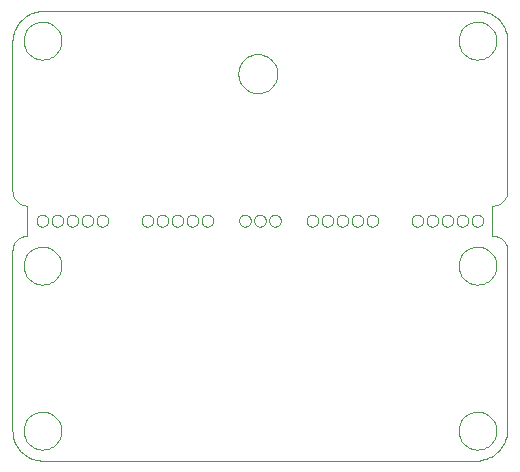
<source format=gm1>
G75*
G70*
%OFA0B0*%
%FSLAX24Y24*%
%IPPOS*%
%LPD*%
%AMOC8*
5,1,8,0,0,1.08239X$1,22.5*
%
%ADD10C,0.0000*%
D10*
X000181Y001180D02*
X000181Y007180D01*
X000183Y007224D01*
X000189Y007267D01*
X000198Y007309D01*
X000211Y007351D01*
X000228Y007391D01*
X000248Y007430D01*
X000271Y007467D01*
X000298Y007501D01*
X000327Y007534D01*
X000360Y007563D01*
X000394Y007590D01*
X000431Y007613D01*
X000470Y007633D01*
X000510Y007650D01*
X000552Y007663D01*
X000594Y007672D01*
X000637Y007678D01*
X000681Y007680D01*
X000681Y008680D01*
X000637Y008682D01*
X000594Y008688D01*
X000552Y008697D01*
X000510Y008710D01*
X000470Y008727D01*
X000431Y008747D01*
X000394Y008770D01*
X000360Y008797D01*
X000327Y008826D01*
X000298Y008859D01*
X000271Y008893D01*
X000248Y008930D01*
X000228Y008969D01*
X000211Y009009D01*
X000198Y009051D01*
X000189Y009093D01*
X000183Y009136D01*
X000181Y009180D01*
X000181Y014050D01*
X000551Y014180D02*
X000553Y014230D01*
X000559Y014280D01*
X000569Y014329D01*
X000583Y014377D01*
X000600Y014424D01*
X000621Y014469D01*
X000646Y014513D01*
X000674Y014554D01*
X000706Y014593D01*
X000740Y014630D01*
X000777Y014664D01*
X000817Y014694D01*
X000859Y014721D01*
X000903Y014745D01*
X000949Y014766D01*
X000996Y014782D01*
X001044Y014795D01*
X001094Y014804D01*
X001143Y014809D01*
X001194Y014810D01*
X001244Y014807D01*
X001293Y014800D01*
X001342Y014789D01*
X001390Y014774D01*
X001436Y014756D01*
X001481Y014734D01*
X001524Y014708D01*
X001565Y014679D01*
X001604Y014647D01*
X001640Y014612D01*
X001672Y014574D01*
X001702Y014534D01*
X001729Y014491D01*
X001752Y014447D01*
X001771Y014401D01*
X001787Y014353D01*
X001799Y014304D01*
X001807Y014255D01*
X001811Y014205D01*
X001811Y014155D01*
X001807Y014105D01*
X001799Y014056D01*
X001787Y014007D01*
X001771Y013959D01*
X001752Y013913D01*
X001729Y013869D01*
X001702Y013826D01*
X001672Y013786D01*
X001640Y013748D01*
X001604Y013713D01*
X001565Y013681D01*
X001524Y013652D01*
X001481Y013626D01*
X001436Y013604D01*
X001390Y013586D01*
X001342Y013571D01*
X001293Y013560D01*
X001244Y013553D01*
X001194Y013550D01*
X001143Y013551D01*
X001094Y013556D01*
X001044Y013565D01*
X000996Y013578D01*
X000949Y013594D01*
X000903Y013615D01*
X000859Y013639D01*
X000817Y013666D01*
X000777Y013696D01*
X000740Y013730D01*
X000706Y013767D01*
X000674Y013806D01*
X000646Y013847D01*
X000621Y013891D01*
X000600Y013936D01*
X000583Y013983D01*
X000569Y014031D01*
X000559Y014080D01*
X000553Y014130D01*
X000551Y014180D01*
X000181Y014050D02*
X000179Y014114D01*
X000181Y014179D01*
X000187Y014243D01*
X000196Y014307D01*
X000210Y014370D01*
X000227Y014432D01*
X000248Y014493D01*
X000273Y014552D01*
X000301Y014610D01*
X000333Y014667D01*
X000368Y014721D01*
X000406Y014773D01*
X000447Y014822D01*
X000491Y014869D01*
X000538Y014913D01*
X000588Y014955D01*
X000639Y014993D01*
X000694Y015028D01*
X000750Y015060D01*
X000808Y015088D01*
X000867Y015112D01*
X000928Y015134D01*
X000990Y015151D01*
X001053Y015164D01*
X001117Y015174D01*
X001181Y015180D01*
X015681Y015180D01*
X015051Y014180D02*
X015053Y014230D01*
X015059Y014280D01*
X015069Y014329D01*
X015083Y014377D01*
X015100Y014424D01*
X015121Y014469D01*
X015146Y014513D01*
X015174Y014554D01*
X015206Y014593D01*
X015240Y014630D01*
X015277Y014664D01*
X015317Y014694D01*
X015359Y014721D01*
X015403Y014745D01*
X015449Y014766D01*
X015496Y014782D01*
X015544Y014795D01*
X015594Y014804D01*
X015643Y014809D01*
X015694Y014810D01*
X015744Y014807D01*
X015793Y014800D01*
X015842Y014789D01*
X015890Y014774D01*
X015936Y014756D01*
X015981Y014734D01*
X016024Y014708D01*
X016065Y014679D01*
X016104Y014647D01*
X016140Y014612D01*
X016172Y014574D01*
X016202Y014534D01*
X016229Y014491D01*
X016252Y014447D01*
X016271Y014401D01*
X016287Y014353D01*
X016299Y014304D01*
X016307Y014255D01*
X016311Y014205D01*
X016311Y014155D01*
X016307Y014105D01*
X016299Y014056D01*
X016287Y014007D01*
X016271Y013959D01*
X016252Y013913D01*
X016229Y013869D01*
X016202Y013826D01*
X016172Y013786D01*
X016140Y013748D01*
X016104Y013713D01*
X016065Y013681D01*
X016024Y013652D01*
X015981Y013626D01*
X015936Y013604D01*
X015890Y013586D01*
X015842Y013571D01*
X015793Y013560D01*
X015744Y013553D01*
X015694Y013550D01*
X015643Y013551D01*
X015594Y013556D01*
X015544Y013565D01*
X015496Y013578D01*
X015449Y013594D01*
X015403Y013615D01*
X015359Y013639D01*
X015317Y013666D01*
X015277Y013696D01*
X015240Y013730D01*
X015206Y013767D01*
X015174Y013806D01*
X015146Y013847D01*
X015121Y013891D01*
X015100Y013936D01*
X015083Y013983D01*
X015069Y014031D01*
X015059Y014080D01*
X015053Y014130D01*
X015051Y014180D01*
X015681Y015180D02*
X015741Y015178D01*
X015802Y015173D01*
X015861Y015164D01*
X015920Y015151D01*
X015979Y015135D01*
X016036Y015115D01*
X016091Y015092D01*
X016146Y015065D01*
X016198Y015036D01*
X016249Y015003D01*
X016298Y014967D01*
X016344Y014929D01*
X016388Y014887D01*
X016430Y014843D01*
X016468Y014797D01*
X016504Y014748D01*
X016537Y014697D01*
X016566Y014645D01*
X016593Y014590D01*
X016616Y014535D01*
X016636Y014478D01*
X016652Y014419D01*
X016665Y014360D01*
X016674Y014301D01*
X016679Y014240D01*
X016681Y014180D01*
X016681Y009180D01*
X016679Y009136D01*
X016673Y009093D01*
X016664Y009051D01*
X016651Y009009D01*
X016634Y008969D01*
X016614Y008930D01*
X016591Y008893D01*
X016564Y008859D01*
X016535Y008826D01*
X016502Y008797D01*
X016468Y008770D01*
X016431Y008747D01*
X016392Y008727D01*
X016352Y008710D01*
X016310Y008697D01*
X016268Y008688D01*
X016225Y008682D01*
X016181Y008680D01*
X016181Y007680D01*
X015484Y008180D02*
X015486Y008207D01*
X015492Y008234D01*
X015501Y008260D01*
X015514Y008284D01*
X015530Y008307D01*
X015549Y008326D01*
X015571Y008343D01*
X015595Y008357D01*
X015620Y008367D01*
X015647Y008374D01*
X015674Y008377D01*
X015702Y008376D01*
X015729Y008371D01*
X015755Y008363D01*
X015779Y008351D01*
X015802Y008335D01*
X015823Y008317D01*
X015840Y008296D01*
X015855Y008272D01*
X015866Y008247D01*
X015874Y008221D01*
X015878Y008194D01*
X015878Y008166D01*
X015874Y008139D01*
X015866Y008113D01*
X015855Y008088D01*
X015840Y008064D01*
X015823Y008043D01*
X015802Y008025D01*
X015780Y008009D01*
X015755Y007997D01*
X015729Y007989D01*
X015702Y007984D01*
X015674Y007983D01*
X015647Y007986D01*
X015620Y007993D01*
X015595Y008003D01*
X015571Y008017D01*
X015549Y008034D01*
X015530Y008053D01*
X015514Y008076D01*
X015501Y008100D01*
X015492Y008126D01*
X015486Y008153D01*
X015484Y008180D01*
X014984Y008180D02*
X014986Y008207D01*
X014992Y008234D01*
X015001Y008260D01*
X015014Y008284D01*
X015030Y008307D01*
X015049Y008326D01*
X015071Y008343D01*
X015095Y008357D01*
X015120Y008367D01*
X015147Y008374D01*
X015174Y008377D01*
X015202Y008376D01*
X015229Y008371D01*
X015255Y008363D01*
X015279Y008351D01*
X015302Y008335D01*
X015323Y008317D01*
X015340Y008296D01*
X015355Y008272D01*
X015366Y008247D01*
X015374Y008221D01*
X015378Y008194D01*
X015378Y008166D01*
X015374Y008139D01*
X015366Y008113D01*
X015355Y008088D01*
X015340Y008064D01*
X015323Y008043D01*
X015302Y008025D01*
X015280Y008009D01*
X015255Y007997D01*
X015229Y007989D01*
X015202Y007984D01*
X015174Y007983D01*
X015147Y007986D01*
X015120Y007993D01*
X015095Y008003D01*
X015071Y008017D01*
X015049Y008034D01*
X015030Y008053D01*
X015014Y008076D01*
X015001Y008100D01*
X014992Y008126D01*
X014986Y008153D01*
X014984Y008180D01*
X014484Y008180D02*
X014486Y008207D01*
X014492Y008234D01*
X014501Y008260D01*
X014514Y008284D01*
X014530Y008307D01*
X014549Y008326D01*
X014571Y008343D01*
X014595Y008357D01*
X014620Y008367D01*
X014647Y008374D01*
X014674Y008377D01*
X014702Y008376D01*
X014729Y008371D01*
X014755Y008363D01*
X014779Y008351D01*
X014802Y008335D01*
X014823Y008317D01*
X014840Y008296D01*
X014855Y008272D01*
X014866Y008247D01*
X014874Y008221D01*
X014878Y008194D01*
X014878Y008166D01*
X014874Y008139D01*
X014866Y008113D01*
X014855Y008088D01*
X014840Y008064D01*
X014823Y008043D01*
X014802Y008025D01*
X014780Y008009D01*
X014755Y007997D01*
X014729Y007989D01*
X014702Y007984D01*
X014674Y007983D01*
X014647Y007986D01*
X014620Y007993D01*
X014595Y008003D01*
X014571Y008017D01*
X014549Y008034D01*
X014530Y008053D01*
X014514Y008076D01*
X014501Y008100D01*
X014492Y008126D01*
X014486Y008153D01*
X014484Y008180D01*
X013984Y008180D02*
X013986Y008207D01*
X013992Y008234D01*
X014001Y008260D01*
X014014Y008284D01*
X014030Y008307D01*
X014049Y008326D01*
X014071Y008343D01*
X014095Y008357D01*
X014120Y008367D01*
X014147Y008374D01*
X014174Y008377D01*
X014202Y008376D01*
X014229Y008371D01*
X014255Y008363D01*
X014279Y008351D01*
X014302Y008335D01*
X014323Y008317D01*
X014340Y008296D01*
X014355Y008272D01*
X014366Y008247D01*
X014374Y008221D01*
X014378Y008194D01*
X014378Y008166D01*
X014374Y008139D01*
X014366Y008113D01*
X014355Y008088D01*
X014340Y008064D01*
X014323Y008043D01*
X014302Y008025D01*
X014280Y008009D01*
X014255Y007997D01*
X014229Y007989D01*
X014202Y007984D01*
X014174Y007983D01*
X014147Y007986D01*
X014120Y007993D01*
X014095Y008003D01*
X014071Y008017D01*
X014049Y008034D01*
X014030Y008053D01*
X014014Y008076D01*
X014001Y008100D01*
X013992Y008126D01*
X013986Y008153D01*
X013984Y008180D01*
X013484Y008180D02*
X013486Y008207D01*
X013492Y008234D01*
X013501Y008260D01*
X013514Y008284D01*
X013530Y008307D01*
X013549Y008326D01*
X013571Y008343D01*
X013595Y008357D01*
X013620Y008367D01*
X013647Y008374D01*
X013674Y008377D01*
X013702Y008376D01*
X013729Y008371D01*
X013755Y008363D01*
X013779Y008351D01*
X013802Y008335D01*
X013823Y008317D01*
X013840Y008296D01*
X013855Y008272D01*
X013866Y008247D01*
X013874Y008221D01*
X013878Y008194D01*
X013878Y008166D01*
X013874Y008139D01*
X013866Y008113D01*
X013855Y008088D01*
X013840Y008064D01*
X013823Y008043D01*
X013802Y008025D01*
X013780Y008009D01*
X013755Y007997D01*
X013729Y007989D01*
X013702Y007984D01*
X013674Y007983D01*
X013647Y007986D01*
X013620Y007993D01*
X013595Y008003D01*
X013571Y008017D01*
X013549Y008034D01*
X013530Y008053D01*
X013514Y008076D01*
X013501Y008100D01*
X013492Y008126D01*
X013486Y008153D01*
X013484Y008180D01*
X011984Y008180D02*
X011986Y008207D01*
X011992Y008234D01*
X012001Y008260D01*
X012014Y008284D01*
X012030Y008307D01*
X012049Y008326D01*
X012071Y008343D01*
X012095Y008357D01*
X012120Y008367D01*
X012147Y008374D01*
X012174Y008377D01*
X012202Y008376D01*
X012229Y008371D01*
X012255Y008363D01*
X012279Y008351D01*
X012302Y008335D01*
X012323Y008317D01*
X012340Y008296D01*
X012355Y008272D01*
X012366Y008247D01*
X012374Y008221D01*
X012378Y008194D01*
X012378Y008166D01*
X012374Y008139D01*
X012366Y008113D01*
X012355Y008088D01*
X012340Y008064D01*
X012323Y008043D01*
X012302Y008025D01*
X012280Y008009D01*
X012255Y007997D01*
X012229Y007989D01*
X012202Y007984D01*
X012174Y007983D01*
X012147Y007986D01*
X012120Y007993D01*
X012095Y008003D01*
X012071Y008017D01*
X012049Y008034D01*
X012030Y008053D01*
X012014Y008076D01*
X012001Y008100D01*
X011992Y008126D01*
X011986Y008153D01*
X011984Y008180D01*
X011484Y008180D02*
X011486Y008207D01*
X011492Y008234D01*
X011501Y008260D01*
X011514Y008284D01*
X011530Y008307D01*
X011549Y008326D01*
X011571Y008343D01*
X011595Y008357D01*
X011620Y008367D01*
X011647Y008374D01*
X011674Y008377D01*
X011702Y008376D01*
X011729Y008371D01*
X011755Y008363D01*
X011779Y008351D01*
X011802Y008335D01*
X011823Y008317D01*
X011840Y008296D01*
X011855Y008272D01*
X011866Y008247D01*
X011874Y008221D01*
X011878Y008194D01*
X011878Y008166D01*
X011874Y008139D01*
X011866Y008113D01*
X011855Y008088D01*
X011840Y008064D01*
X011823Y008043D01*
X011802Y008025D01*
X011780Y008009D01*
X011755Y007997D01*
X011729Y007989D01*
X011702Y007984D01*
X011674Y007983D01*
X011647Y007986D01*
X011620Y007993D01*
X011595Y008003D01*
X011571Y008017D01*
X011549Y008034D01*
X011530Y008053D01*
X011514Y008076D01*
X011501Y008100D01*
X011492Y008126D01*
X011486Y008153D01*
X011484Y008180D01*
X010984Y008180D02*
X010986Y008207D01*
X010992Y008234D01*
X011001Y008260D01*
X011014Y008284D01*
X011030Y008307D01*
X011049Y008326D01*
X011071Y008343D01*
X011095Y008357D01*
X011120Y008367D01*
X011147Y008374D01*
X011174Y008377D01*
X011202Y008376D01*
X011229Y008371D01*
X011255Y008363D01*
X011279Y008351D01*
X011302Y008335D01*
X011323Y008317D01*
X011340Y008296D01*
X011355Y008272D01*
X011366Y008247D01*
X011374Y008221D01*
X011378Y008194D01*
X011378Y008166D01*
X011374Y008139D01*
X011366Y008113D01*
X011355Y008088D01*
X011340Y008064D01*
X011323Y008043D01*
X011302Y008025D01*
X011280Y008009D01*
X011255Y007997D01*
X011229Y007989D01*
X011202Y007984D01*
X011174Y007983D01*
X011147Y007986D01*
X011120Y007993D01*
X011095Y008003D01*
X011071Y008017D01*
X011049Y008034D01*
X011030Y008053D01*
X011014Y008076D01*
X011001Y008100D01*
X010992Y008126D01*
X010986Y008153D01*
X010984Y008180D01*
X010484Y008180D02*
X010486Y008207D01*
X010492Y008234D01*
X010501Y008260D01*
X010514Y008284D01*
X010530Y008307D01*
X010549Y008326D01*
X010571Y008343D01*
X010595Y008357D01*
X010620Y008367D01*
X010647Y008374D01*
X010674Y008377D01*
X010702Y008376D01*
X010729Y008371D01*
X010755Y008363D01*
X010779Y008351D01*
X010802Y008335D01*
X010823Y008317D01*
X010840Y008296D01*
X010855Y008272D01*
X010866Y008247D01*
X010874Y008221D01*
X010878Y008194D01*
X010878Y008166D01*
X010874Y008139D01*
X010866Y008113D01*
X010855Y008088D01*
X010840Y008064D01*
X010823Y008043D01*
X010802Y008025D01*
X010780Y008009D01*
X010755Y007997D01*
X010729Y007989D01*
X010702Y007984D01*
X010674Y007983D01*
X010647Y007986D01*
X010620Y007993D01*
X010595Y008003D01*
X010571Y008017D01*
X010549Y008034D01*
X010530Y008053D01*
X010514Y008076D01*
X010501Y008100D01*
X010492Y008126D01*
X010486Y008153D01*
X010484Y008180D01*
X009984Y008180D02*
X009986Y008207D01*
X009992Y008234D01*
X010001Y008260D01*
X010014Y008284D01*
X010030Y008307D01*
X010049Y008326D01*
X010071Y008343D01*
X010095Y008357D01*
X010120Y008367D01*
X010147Y008374D01*
X010174Y008377D01*
X010202Y008376D01*
X010229Y008371D01*
X010255Y008363D01*
X010279Y008351D01*
X010302Y008335D01*
X010323Y008317D01*
X010340Y008296D01*
X010355Y008272D01*
X010366Y008247D01*
X010374Y008221D01*
X010378Y008194D01*
X010378Y008166D01*
X010374Y008139D01*
X010366Y008113D01*
X010355Y008088D01*
X010340Y008064D01*
X010323Y008043D01*
X010302Y008025D01*
X010280Y008009D01*
X010255Y007997D01*
X010229Y007989D01*
X010202Y007984D01*
X010174Y007983D01*
X010147Y007986D01*
X010120Y007993D01*
X010095Y008003D01*
X010071Y008017D01*
X010049Y008034D01*
X010030Y008053D01*
X010014Y008076D01*
X010001Y008100D01*
X009992Y008126D01*
X009986Y008153D01*
X009984Y008180D01*
X008734Y008180D02*
X008736Y008207D01*
X008742Y008234D01*
X008751Y008260D01*
X008764Y008284D01*
X008780Y008307D01*
X008799Y008326D01*
X008821Y008343D01*
X008845Y008357D01*
X008870Y008367D01*
X008897Y008374D01*
X008924Y008377D01*
X008952Y008376D01*
X008979Y008371D01*
X009005Y008363D01*
X009029Y008351D01*
X009052Y008335D01*
X009073Y008317D01*
X009090Y008296D01*
X009105Y008272D01*
X009116Y008247D01*
X009124Y008221D01*
X009128Y008194D01*
X009128Y008166D01*
X009124Y008139D01*
X009116Y008113D01*
X009105Y008088D01*
X009090Y008064D01*
X009073Y008043D01*
X009052Y008025D01*
X009030Y008009D01*
X009005Y007997D01*
X008979Y007989D01*
X008952Y007984D01*
X008924Y007983D01*
X008897Y007986D01*
X008870Y007993D01*
X008845Y008003D01*
X008821Y008017D01*
X008799Y008034D01*
X008780Y008053D01*
X008764Y008076D01*
X008751Y008100D01*
X008742Y008126D01*
X008736Y008153D01*
X008734Y008180D01*
X008234Y008180D02*
X008236Y008207D01*
X008242Y008234D01*
X008251Y008260D01*
X008264Y008284D01*
X008280Y008307D01*
X008299Y008326D01*
X008321Y008343D01*
X008345Y008357D01*
X008370Y008367D01*
X008397Y008374D01*
X008424Y008377D01*
X008452Y008376D01*
X008479Y008371D01*
X008505Y008363D01*
X008529Y008351D01*
X008552Y008335D01*
X008573Y008317D01*
X008590Y008296D01*
X008605Y008272D01*
X008616Y008247D01*
X008624Y008221D01*
X008628Y008194D01*
X008628Y008166D01*
X008624Y008139D01*
X008616Y008113D01*
X008605Y008088D01*
X008590Y008064D01*
X008573Y008043D01*
X008552Y008025D01*
X008530Y008009D01*
X008505Y007997D01*
X008479Y007989D01*
X008452Y007984D01*
X008424Y007983D01*
X008397Y007986D01*
X008370Y007993D01*
X008345Y008003D01*
X008321Y008017D01*
X008299Y008034D01*
X008280Y008053D01*
X008264Y008076D01*
X008251Y008100D01*
X008242Y008126D01*
X008236Y008153D01*
X008234Y008180D01*
X007734Y008180D02*
X007736Y008207D01*
X007742Y008234D01*
X007751Y008260D01*
X007764Y008284D01*
X007780Y008307D01*
X007799Y008326D01*
X007821Y008343D01*
X007845Y008357D01*
X007870Y008367D01*
X007897Y008374D01*
X007924Y008377D01*
X007952Y008376D01*
X007979Y008371D01*
X008005Y008363D01*
X008029Y008351D01*
X008052Y008335D01*
X008073Y008317D01*
X008090Y008296D01*
X008105Y008272D01*
X008116Y008247D01*
X008124Y008221D01*
X008128Y008194D01*
X008128Y008166D01*
X008124Y008139D01*
X008116Y008113D01*
X008105Y008088D01*
X008090Y008064D01*
X008073Y008043D01*
X008052Y008025D01*
X008030Y008009D01*
X008005Y007997D01*
X007979Y007989D01*
X007952Y007984D01*
X007924Y007983D01*
X007897Y007986D01*
X007870Y007993D01*
X007845Y008003D01*
X007821Y008017D01*
X007799Y008034D01*
X007780Y008053D01*
X007764Y008076D01*
X007751Y008100D01*
X007742Y008126D01*
X007736Y008153D01*
X007734Y008180D01*
X006484Y008180D02*
X006486Y008207D01*
X006492Y008234D01*
X006501Y008260D01*
X006514Y008284D01*
X006530Y008307D01*
X006549Y008326D01*
X006571Y008343D01*
X006595Y008357D01*
X006620Y008367D01*
X006647Y008374D01*
X006674Y008377D01*
X006702Y008376D01*
X006729Y008371D01*
X006755Y008363D01*
X006779Y008351D01*
X006802Y008335D01*
X006823Y008317D01*
X006840Y008296D01*
X006855Y008272D01*
X006866Y008247D01*
X006874Y008221D01*
X006878Y008194D01*
X006878Y008166D01*
X006874Y008139D01*
X006866Y008113D01*
X006855Y008088D01*
X006840Y008064D01*
X006823Y008043D01*
X006802Y008025D01*
X006780Y008009D01*
X006755Y007997D01*
X006729Y007989D01*
X006702Y007984D01*
X006674Y007983D01*
X006647Y007986D01*
X006620Y007993D01*
X006595Y008003D01*
X006571Y008017D01*
X006549Y008034D01*
X006530Y008053D01*
X006514Y008076D01*
X006501Y008100D01*
X006492Y008126D01*
X006486Y008153D01*
X006484Y008180D01*
X005984Y008180D02*
X005986Y008207D01*
X005992Y008234D01*
X006001Y008260D01*
X006014Y008284D01*
X006030Y008307D01*
X006049Y008326D01*
X006071Y008343D01*
X006095Y008357D01*
X006120Y008367D01*
X006147Y008374D01*
X006174Y008377D01*
X006202Y008376D01*
X006229Y008371D01*
X006255Y008363D01*
X006279Y008351D01*
X006302Y008335D01*
X006323Y008317D01*
X006340Y008296D01*
X006355Y008272D01*
X006366Y008247D01*
X006374Y008221D01*
X006378Y008194D01*
X006378Y008166D01*
X006374Y008139D01*
X006366Y008113D01*
X006355Y008088D01*
X006340Y008064D01*
X006323Y008043D01*
X006302Y008025D01*
X006280Y008009D01*
X006255Y007997D01*
X006229Y007989D01*
X006202Y007984D01*
X006174Y007983D01*
X006147Y007986D01*
X006120Y007993D01*
X006095Y008003D01*
X006071Y008017D01*
X006049Y008034D01*
X006030Y008053D01*
X006014Y008076D01*
X006001Y008100D01*
X005992Y008126D01*
X005986Y008153D01*
X005984Y008180D01*
X005484Y008180D02*
X005486Y008207D01*
X005492Y008234D01*
X005501Y008260D01*
X005514Y008284D01*
X005530Y008307D01*
X005549Y008326D01*
X005571Y008343D01*
X005595Y008357D01*
X005620Y008367D01*
X005647Y008374D01*
X005674Y008377D01*
X005702Y008376D01*
X005729Y008371D01*
X005755Y008363D01*
X005779Y008351D01*
X005802Y008335D01*
X005823Y008317D01*
X005840Y008296D01*
X005855Y008272D01*
X005866Y008247D01*
X005874Y008221D01*
X005878Y008194D01*
X005878Y008166D01*
X005874Y008139D01*
X005866Y008113D01*
X005855Y008088D01*
X005840Y008064D01*
X005823Y008043D01*
X005802Y008025D01*
X005780Y008009D01*
X005755Y007997D01*
X005729Y007989D01*
X005702Y007984D01*
X005674Y007983D01*
X005647Y007986D01*
X005620Y007993D01*
X005595Y008003D01*
X005571Y008017D01*
X005549Y008034D01*
X005530Y008053D01*
X005514Y008076D01*
X005501Y008100D01*
X005492Y008126D01*
X005486Y008153D01*
X005484Y008180D01*
X004984Y008180D02*
X004986Y008207D01*
X004992Y008234D01*
X005001Y008260D01*
X005014Y008284D01*
X005030Y008307D01*
X005049Y008326D01*
X005071Y008343D01*
X005095Y008357D01*
X005120Y008367D01*
X005147Y008374D01*
X005174Y008377D01*
X005202Y008376D01*
X005229Y008371D01*
X005255Y008363D01*
X005279Y008351D01*
X005302Y008335D01*
X005323Y008317D01*
X005340Y008296D01*
X005355Y008272D01*
X005366Y008247D01*
X005374Y008221D01*
X005378Y008194D01*
X005378Y008166D01*
X005374Y008139D01*
X005366Y008113D01*
X005355Y008088D01*
X005340Y008064D01*
X005323Y008043D01*
X005302Y008025D01*
X005280Y008009D01*
X005255Y007997D01*
X005229Y007989D01*
X005202Y007984D01*
X005174Y007983D01*
X005147Y007986D01*
X005120Y007993D01*
X005095Y008003D01*
X005071Y008017D01*
X005049Y008034D01*
X005030Y008053D01*
X005014Y008076D01*
X005001Y008100D01*
X004992Y008126D01*
X004986Y008153D01*
X004984Y008180D01*
X004484Y008180D02*
X004486Y008207D01*
X004492Y008234D01*
X004501Y008260D01*
X004514Y008284D01*
X004530Y008307D01*
X004549Y008326D01*
X004571Y008343D01*
X004595Y008357D01*
X004620Y008367D01*
X004647Y008374D01*
X004674Y008377D01*
X004702Y008376D01*
X004729Y008371D01*
X004755Y008363D01*
X004779Y008351D01*
X004802Y008335D01*
X004823Y008317D01*
X004840Y008296D01*
X004855Y008272D01*
X004866Y008247D01*
X004874Y008221D01*
X004878Y008194D01*
X004878Y008166D01*
X004874Y008139D01*
X004866Y008113D01*
X004855Y008088D01*
X004840Y008064D01*
X004823Y008043D01*
X004802Y008025D01*
X004780Y008009D01*
X004755Y007997D01*
X004729Y007989D01*
X004702Y007984D01*
X004674Y007983D01*
X004647Y007986D01*
X004620Y007993D01*
X004595Y008003D01*
X004571Y008017D01*
X004549Y008034D01*
X004530Y008053D01*
X004514Y008076D01*
X004501Y008100D01*
X004492Y008126D01*
X004486Y008153D01*
X004484Y008180D01*
X002984Y008180D02*
X002986Y008207D01*
X002992Y008234D01*
X003001Y008260D01*
X003014Y008284D01*
X003030Y008307D01*
X003049Y008326D01*
X003071Y008343D01*
X003095Y008357D01*
X003120Y008367D01*
X003147Y008374D01*
X003174Y008377D01*
X003202Y008376D01*
X003229Y008371D01*
X003255Y008363D01*
X003279Y008351D01*
X003302Y008335D01*
X003323Y008317D01*
X003340Y008296D01*
X003355Y008272D01*
X003366Y008247D01*
X003374Y008221D01*
X003378Y008194D01*
X003378Y008166D01*
X003374Y008139D01*
X003366Y008113D01*
X003355Y008088D01*
X003340Y008064D01*
X003323Y008043D01*
X003302Y008025D01*
X003280Y008009D01*
X003255Y007997D01*
X003229Y007989D01*
X003202Y007984D01*
X003174Y007983D01*
X003147Y007986D01*
X003120Y007993D01*
X003095Y008003D01*
X003071Y008017D01*
X003049Y008034D01*
X003030Y008053D01*
X003014Y008076D01*
X003001Y008100D01*
X002992Y008126D01*
X002986Y008153D01*
X002984Y008180D01*
X002484Y008180D02*
X002486Y008207D01*
X002492Y008234D01*
X002501Y008260D01*
X002514Y008284D01*
X002530Y008307D01*
X002549Y008326D01*
X002571Y008343D01*
X002595Y008357D01*
X002620Y008367D01*
X002647Y008374D01*
X002674Y008377D01*
X002702Y008376D01*
X002729Y008371D01*
X002755Y008363D01*
X002779Y008351D01*
X002802Y008335D01*
X002823Y008317D01*
X002840Y008296D01*
X002855Y008272D01*
X002866Y008247D01*
X002874Y008221D01*
X002878Y008194D01*
X002878Y008166D01*
X002874Y008139D01*
X002866Y008113D01*
X002855Y008088D01*
X002840Y008064D01*
X002823Y008043D01*
X002802Y008025D01*
X002780Y008009D01*
X002755Y007997D01*
X002729Y007989D01*
X002702Y007984D01*
X002674Y007983D01*
X002647Y007986D01*
X002620Y007993D01*
X002595Y008003D01*
X002571Y008017D01*
X002549Y008034D01*
X002530Y008053D01*
X002514Y008076D01*
X002501Y008100D01*
X002492Y008126D01*
X002486Y008153D01*
X002484Y008180D01*
X001984Y008180D02*
X001986Y008207D01*
X001992Y008234D01*
X002001Y008260D01*
X002014Y008284D01*
X002030Y008307D01*
X002049Y008326D01*
X002071Y008343D01*
X002095Y008357D01*
X002120Y008367D01*
X002147Y008374D01*
X002174Y008377D01*
X002202Y008376D01*
X002229Y008371D01*
X002255Y008363D01*
X002279Y008351D01*
X002302Y008335D01*
X002323Y008317D01*
X002340Y008296D01*
X002355Y008272D01*
X002366Y008247D01*
X002374Y008221D01*
X002378Y008194D01*
X002378Y008166D01*
X002374Y008139D01*
X002366Y008113D01*
X002355Y008088D01*
X002340Y008064D01*
X002323Y008043D01*
X002302Y008025D01*
X002280Y008009D01*
X002255Y007997D01*
X002229Y007989D01*
X002202Y007984D01*
X002174Y007983D01*
X002147Y007986D01*
X002120Y007993D01*
X002095Y008003D01*
X002071Y008017D01*
X002049Y008034D01*
X002030Y008053D01*
X002014Y008076D01*
X002001Y008100D01*
X001992Y008126D01*
X001986Y008153D01*
X001984Y008180D01*
X001484Y008180D02*
X001486Y008207D01*
X001492Y008234D01*
X001501Y008260D01*
X001514Y008284D01*
X001530Y008307D01*
X001549Y008326D01*
X001571Y008343D01*
X001595Y008357D01*
X001620Y008367D01*
X001647Y008374D01*
X001674Y008377D01*
X001702Y008376D01*
X001729Y008371D01*
X001755Y008363D01*
X001779Y008351D01*
X001802Y008335D01*
X001823Y008317D01*
X001840Y008296D01*
X001855Y008272D01*
X001866Y008247D01*
X001874Y008221D01*
X001878Y008194D01*
X001878Y008166D01*
X001874Y008139D01*
X001866Y008113D01*
X001855Y008088D01*
X001840Y008064D01*
X001823Y008043D01*
X001802Y008025D01*
X001780Y008009D01*
X001755Y007997D01*
X001729Y007989D01*
X001702Y007984D01*
X001674Y007983D01*
X001647Y007986D01*
X001620Y007993D01*
X001595Y008003D01*
X001571Y008017D01*
X001549Y008034D01*
X001530Y008053D01*
X001514Y008076D01*
X001501Y008100D01*
X001492Y008126D01*
X001486Y008153D01*
X001484Y008180D01*
X000984Y008180D02*
X000986Y008207D01*
X000992Y008234D01*
X001001Y008260D01*
X001014Y008284D01*
X001030Y008307D01*
X001049Y008326D01*
X001071Y008343D01*
X001095Y008357D01*
X001120Y008367D01*
X001147Y008374D01*
X001174Y008377D01*
X001202Y008376D01*
X001229Y008371D01*
X001255Y008363D01*
X001279Y008351D01*
X001302Y008335D01*
X001323Y008317D01*
X001340Y008296D01*
X001355Y008272D01*
X001366Y008247D01*
X001374Y008221D01*
X001378Y008194D01*
X001378Y008166D01*
X001374Y008139D01*
X001366Y008113D01*
X001355Y008088D01*
X001340Y008064D01*
X001323Y008043D01*
X001302Y008025D01*
X001280Y008009D01*
X001255Y007997D01*
X001229Y007989D01*
X001202Y007984D01*
X001174Y007983D01*
X001147Y007986D01*
X001120Y007993D01*
X001095Y008003D01*
X001071Y008017D01*
X001049Y008034D01*
X001030Y008053D01*
X001014Y008076D01*
X001001Y008100D01*
X000992Y008126D01*
X000986Y008153D01*
X000984Y008180D01*
X000551Y006680D02*
X000553Y006730D01*
X000559Y006780D01*
X000569Y006829D01*
X000583Y006877D01*
X000600Y006924D01*
X000621Y006969D01*
X000646Y007013D01*
X000674Y007054D01*
X000706Y007093D01*
X000740Y007130D01*
X000777Y007164D01*
X000817Y007194D01*
X000859Y007221D01*
X000903Y007245D01*
X000949Y007266D01*
X000996Y007282D01*
X001044Y007295D01*
X001094Y007304D01*
X001143Y007309D01*
X001194Y007310D01*
X001244Y007307D01*
X001293Y007300D01*
X001342Y007289D01*
X001390Y007274D01*
X001436Y007256D01*
X001481Y007234D01*
X001524Y007208D01*
X001565Y007179D01*
X001604Y007147D01*
X001640Y007112D01*
X001672Y007074D01*
X001702Y007034D01*
X001729Y006991D01*
X001752Y006947D01*
X001771Y006901D01*
X001787Y006853D01*
X001799Y006804D01*
X001807Y006755D01*
X001811Y006705D01*
X001811Y006655D01*
X001807Y006605D01*
X001799Y006556D01*
X001787Y006507D01*
X001771Y006459D01*
X001752Y006413D01*
X001729Y006369D01*
X001702Y006326D01*
X001672Y006286D01*
X001640Y006248D01*
X001604Y006213D01*
X001565Y006181D01*
X001524Y006152D01*
X001481Y006126D01*
X001436Y006104D01*
X001390Y006086D01*
X001342Y006071D01*
X001293Y006060D01*
X001244Y006053D01*
X001194Y006050D01*
X001143Y006051D01*
X001094Y006056D01*
X001044Y006065D01*
X000996Y006078D01*
X000949Y006094D01*
X000903Y006115D01*
X000859Y006139D01*
X000817Y006166D01*
X000777Y006196D01*
X000740Y006230D01*
X000706Y006267D01*
X000674Y006306D01*
X000646Y006347D01*
X000621Y006391D01*
X000600Y006436D01*
X000583Y006483D01*
X000569Y006531D01*
X000559Y006580D01*
X000553Y006630D01*
X000551Y006680D01*
X000551Y001180D02*
X000553Y001230D01*
X000559Y001280D01*
X000569Y001329D01*
X000583Y001377D01*
X000600Y001424D01*
X000621Y001469D01*
X000646Y001513D01*
X000674Y001554D01*
X000706Y001593D01*
X000740Y001630D01*
X000777Y001664D01*
X000817Y001694D01*
X000859Y001721D01*
X000903Y001745D01*
X000949Y001766D01*
X000996Y001782D01*
X001044Y001795D01*
X001094Y001804D01*
X001143Y001809D01*
X001194Y001810D01*
X001244Y001807D01*
X001293Y001800D01*
X001342Y001789D01*
X001390Y001774D01*
X001436Y001756D01*
X001481Y001734D01*
X001524Y001708D01*
X001565Y001679D01*
X001604Y001647D01*
X001640Y001612D01*
X001672Y001574D01*
X001702Y001534D01*
X001729Y001491D01*
X001752Y001447D01*
X001771Y001401D01*
X001787Y001353D01*
X001799Y001304D01*
X001807Y001255D01*
X001811Y001205D01*
X001811Y001155D01*
X001807Y001105D01*
X001799Y001056D01*
X001787Y001007D01*
X001771Y000959D01*
X001752Y000913D01*
X001729Y000869D01*
X001702Y000826D01*
X001672Y000786D01*
X001640Y000748D01*
X001604Y000713D01*
X001565Y000681D01*
X001524Y000652D01*
X001481Y000626D01*
X001436Y000604D01*
X001390Y000586D01*
X001342Y000571D01*
X001293Y000560D01*
X001244Y000553D01*
X001194Y000550D01*
X001143Y000551D01*
X001094Y000556D01*
X001044Y000565D01*
X000996Y000578D01*
X000949Y000594D01*
X000903Y000615D01*
X000859Y000639D01*
X000817Y000666D01*
X000777Y000696D01*
X000740Y000730D01*
X000706Y000767D01*
X000674Y000806D01*
X000646Y000847D01*
X000621Y000891D01*
X000600Y000936D01*
X000583Y000983D01*
X000569Y001031D01*
X000559Y001080D01*
X000553Y001130D01*
X000551Y001180D01*
X000181Y001180D02*
X000183Y001120D01*
X000188Y001059D01*
X000197Y001000D01*
X000210Y000941D01*
X000226Y000882D01*
X000246Y000825D01*
X000269Y000770D01*
X000296Y000715D01*
X000325Y000663D01*
X000358Y000612D01*
X000394Y000563D01*
X000432Y000517D01*
X000474Y000473D01*
X000518Y000431D01*
X000564Y000393D01*
X000613Y000357D01*
X000664Y000324D01*
X000716Y000295D01*
X000771Y000268D01*
X000826Y000245D01*
X000883Y000225D01*
X000942Y000209D01*
X001001Y000196D01*
X001060Y000187D01*
X001121Y000182D01*
X001181Y000180D01*
X015536Y000180D01*
X015051Y001180D02*
X015053Y001230D01*
X015059Y001280D01*
X015069Y001329D01*
X015083Y001377D01*
X015100Y001424D01*
X015121Y001469D01*
X015146Y001513D01*
X015174Y001554D01*
X015206Y001593D01*
X015240Y001630D01*
X015277Y001664D01*
X015317Y001694D01*
X015359Y001721D01*
X015403Y001745D01*
X015449Y001766D01*
X015496Y001782D01*
X015544Y001795D01*
X015594Y001804D01*
X015643Y001809D01*
X015694Y001810D01*
X015744Y001807D01*
X015793Y001800D01*
X015842Y001789D01*
X015890Y001774D01*
X015936Y001756D01*
X015981Y001734D01*
X016024Y001708D01*
X016065Y001679D01*
X016104Y001647D01*
X016140Y001612D01*
X016172Y001574D01*
X016202Y001534D01*
X016229Y001491D01*
X016252Y001447D01*
X016271Y001401D01*
X016287Y001353D01*
X016299Y001304D01*
X016307Y001255D01*
X016311Y001205D01*
X016311Y001155D01*
X016307Y001105D01*
X016299Y001056D01*
X016287Y001007D01*
X016271Y000959D01*
X016252Y000913D01*
X016229Y000869D01*
X016202Y000826D01*
X016172Y000786D01*
X016140Y000748D01*
X016104Y000713D01*
X016065Y000681D01*
X016024Y000652D01*
X015981Y000626D01*
X015936Y000604D01*
X015890Y000586D01*
X015842Y000571D01*
X015793Y000560D01*
X015744Y000553D01*
X015694Y000550D01*
X015643Y000551D01*
X015594Y000556D01*
X015544Y000565D01*
X015496Y000578D01*
X015449Y000594D01*
X015403Y000615D01*
X015359Y000639D01*
X015317Y000666D01*
X015277Y000696D01*
X015240Y000730D01*
X015206Y000767D01*
X015174Y000806D01*
X015146Y000847D01*
X015121Y000891D01*
X015100Y000936D01*
X015083Y000983D01*
X015069Y001031D01*
X015059Y001080D01*
X015053Y001130D01*
X015051Y001180D01*
X015535Y000180D02*
X015598Y000178D01*
X015660Y000179D01*
X015723Y000184D01*
X015784Y000193D01*
X015846Y000205D01*
X015906Y000220D01*
X015966Y000239D01*
X016024Y000262D01*
X016081Y000288D01*
X016137Y000317D01*
X016190Y000349D01*
X016242Y000385D01*
X016291Y000423D01*
X016338Y000464D01*
X016383Y000508D01*
X016425Y000554D01*
X016464Y000603D01*
X016500Y000654D01*
X016534Y000707D01*
X016564Y000761D01*
X016591Y000818D01*
X016615Y000876D01*
X016635Y000935D01*
X016652Y000995D01*
X016665Y001056D01*
X016674Y001118D01*
X016681Y001180D01*
X016681Y007180D01*
X016679Y007224D01*
X016673Y007267D01*
X016664Y007309D01*
X016651Y007351D01*
X016634Y007391D01*
X016614Y007430D01*
X016591Y007467D01*
X016564Y007501D01*
X016535Y007534D01*
X016502Y007563D01*
X016468Y007590D01*
X016431Y007613D01*
X016392Y007633D01*
X016352Y007650D01*
X016310Y007663D01*
X016268Y007672D01*
X016225Y007678D01*
X016181Y007680D01*
X015051Y006680D02*
X015053Y006730D01*
X015059Y006780D01*
X015069Y006829D01*
X015083Y006877D01*
X015100Y006924D01*
X015121Y006969D01*
X015146Y007013D01*
X015174Y007054D01*
X015206Y007093D01*
X015240Y007130D01*
X015277Y007164D01*
X015317Y007194D01*
X015359Y007221D01*
X015403Y007245D01*
X015449Y007266D01*
X015496Y007282D01*
X015544Y007295D01*
X015594Y007304D01*
X015643Y007309D01*
X015694Y007310D01*
X015744Y007307D01*
X015793Y007300D01*
X015842Y007289D01*
X015890Y007274D01*
X015936Y007256D01*
X015981Y007234D01*
X016024Y007208D01*
X016065Y007179D01*
X016104Y007147D01*
X016140Y007112D01*
X016172Y007074D01*
X016202Y007034D01*
X016229Y006991D01*
X016252Y006947D01*
X016271Y006901D01*
X016287Y006853D01*
X016299Y006804D01*
X016307Y006755D01*
X016311Y006705D01*
X016311Y006655D01*
X016307Y006605D01*
X016299Y006556D01*
X016287Y006507D01*
X016271Y006459D01*
X016252Y006413D01*
X016229Y006369D01*
X016202Y006326D01*
X016172Y006286D01*
X016140Y006248D01*
X016104Y006213D01*
X016065Y006181D01*
X016024Y006152D01*
X015981Y006126D01*
X015936Y006104D01*
X015890Y006086D01*
X015842Y006071D01*
X015793Y006060D01*
X015744Y006053D01*
X015694Y006050D01*
X015643Y006051D01*
X015594Y006056D01*
X015544Y006065D01*
X015496Y006078D01*
X015449Y006094D01*
X015403Y006115D01*
X015359Y006139D01*
X015317Y006166D01*
X015277Y006196D01*
X015240Y006230D01*
X015206Y006267D01*
X015174Y006306D01*
X015146Y006347D01*
X015121Y006391D01*
X015100Y006436D01*
X015083Y006483D01*
X015069Y006531D01*
X015059Y006580D01*
X015053Y006630D01*
X015051Y006680D01*
X007712Y013080D02*
X007714Y013130D01*
X007720Y013180D01*
X007730Y013230D01*
X007743Y013278D01*
X007760Y013326D01*
X007781Y013372D01*
X007805Y013416D01*
X007833Y013458D01*
X007864Y013498D01*
X007898Y013535D01*
X007935Y013570D01*
X007974Y013601D01*
X008015Y013630D01*
X008059Y013655D01*
X008105Y013677D01*
X008152Y013695D01*
X008200Y013709D01*
X008249Y013720D01*
X008299Y013727D01*
X008349Y013730D01*
X008400Y013729D01*
X008450Y013724D01*
X008500Y013715D01*
X008548Y013703D01*
X008596Y013686D01*
X008642Y013666D01*
X008687Y013643D01*
X008730Y013616D01*
X008770Y013586D01*
X008808Y013553D01*
X008843Y013517D01*
X008876Y013478D01*
X008905Y013437D01*
X008931Y013394D01*
X008954Y013349D01*
X008973Y013302D01*
X008988Y013254D01*
X009000Y013205D01*
X009008Y013155D01*
X009012Y013105D01*
X009012Y013055D01*
X009008Y013005D01*
X009000Y012955D01*
X008988Y012906D01*
X008973Y012858D01*
X008954Y012811D01*
X008931Y012766D01*
X008905Y012723D01*
X008876Y012682D01*
X008843Y012643D01*
X008808Y012607D01*
X008770Y012574D01*
X008730Y012544D01*
X008687Y012517D01*
X008642Y012494D01*
X008596Y012474D01*
X008548Y012457D01*
X008500Y012445D01*
X008450Y012436D01*
X008400Y012431D01*
X008349Y012430D01*
X008299Y012433D01*
X008249Y012440D01*
X008200Y012451D01*
X008152Y012465D01*
X008105Y012483D01*
X008059Y012505D01*
X008015Y012530D01*
X007974Y012559D01*
X007935Y012590D01*
X007898Y012625D01*
X007864Y012662D01*
X007833Y012702D01*
X007805Y012744D01*
X007781Y012788D01*
X007760Y012834D01*
X007743Y012882D01*
X007730Y012930D01*
X007720Y012980D01*
X007714Y013030D01*
X007712Y013080D01*
M02*

</source>
